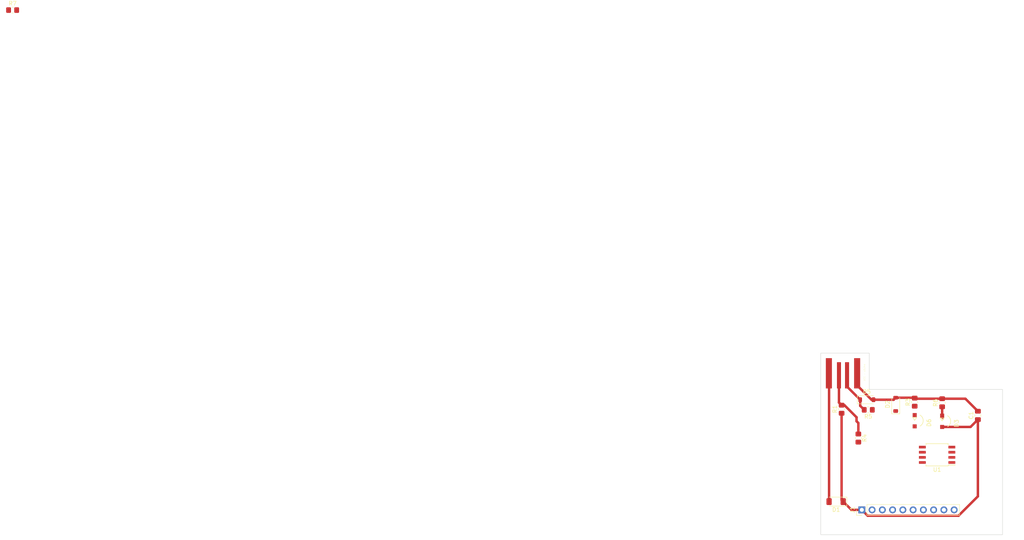
<source format=kicad_pcb>
(kicad_pcb (version 20241229) (generator "pcbnew") (generator_version "9.0")
  (layers (0 "F.Cu" signal) (2 "B.Cu" signal) (13 "F.Paste" user) (15 "B.Paste" user) (5 "F.SilkS" user "F.Silkscreen") (7 "B.SilkS" user "B.Silkscreen") (1 "F.Mask" user) (3 "B.Mask" user) (25 "Edge.Cuts" user))
  (net 0 "")
  (net 1 "GND")
  (net 2 "Net-(D1-A)")
  (net 3 "+5V")
  (net 4 "Net-(D2-K)")
  (net 5 "Net-(D3-K)")
  (net 6 "Net-(D5-K)")
  (net 7 "Net-(D6-K)")
  (net 8 "Net-(D6-A)")
  (net 9 "Net-(J1-Pin_4)")
  (net 10 "Net-(J1-Pin_7)")
  (net 12 "Net-(J1-Pin_6)")
  (net 13 "Net-(J1-Pin_9)")
  (net 14 "Net-(J1-Pin_8)")
  (footprint "Package_SO:SOIC-8W_5.3x5.3mm_P1.27mm" (layer "F.Cu") (at 230.8 111.2 180)
    (property "Reference" "U1" (at 0 -3.68 0) (layer "F.SilkS"))
    (property "Value" "ATtiny85-20S")
    (fp_line (start 2.75 2.755) (end 2.75 2.455) (stroke (width 0.15)) (layer "F.SilkS"))
    (fp_line (start 2.75 -2.755) (end 2.75 -2.455) (stroke (width 0.15)) (layer "F.SilkS"))
    (fp_line (start -2.75 2.755) (end 2.75 2.755) (stroke (width 0.15)) (layer "F.SilkS"))
    (fp_line (start -2.75 2.755) (end -2.75 2.455) (stroke (width 0.15)) (layer "F.SilkS"))
    (fp_line (start -2.75 -2.55) (end -4.5 -2.55) (stroke (width 0.15)) (layer "F.SilkS"))
    (fp_line (start -2.75 -2.755) (end 2.75 -2.755) (stroke (width 0.15)) (layer "F.SilkS"))
    (fp_line (start -2.75 -2.755) (end -2.75 -2.55) (stroke (width 0.15)) (layer "F.SilkS"))
    (pad "1" smd rect (at -3.65 -1.905 180) (size 1.7 0.65) (layers "F.Cu" "F.Mask" "F.Paste") (net 13 "Net-(J1-Pin_9)"))
    (pad "2" smd rect (at -3.65 -0.635 180) (size 1.7 0.65) (layers "F.Cu" "F.Mask" "F.Paste") (net 10 "Net-(J1-Pin_7)"))
    (pad "3" smd rect (at -3.65 0.635 180) (size 1.7 0.65) (layers "F.Cu" "F.Mask" "F.Paste") (net 14 "Net-(J1-Pin_8)"))
    (pad "4" smd rect (at -3.65 1.905 180) (size 1.7 0.65) (layers "F.Cu" "F.Mask" "F.Paste") (net 1 "GND"))
    (pad "5" smd rect (at 3.65 1.905 180) (size 1.7 0.65) (layers "F.Cu" "F.Mask" "F.Paste") (net 9 "Net-(J1-Pin_4)"))
    (pad "6" smd rect (at 3.65 0.635 180) (size 1.7 0.65) (layers "F.Cu" "F.Mask" "F.Paste") (net 8 "Net-(D6-A)"))
    (pad "7" smd rect (at 3.65 -0.635 180) (size 1.7 0.65) (layers "F.Cu" "F.Mask" "F.Paste") (net 12 "Net-(J1-Pin_6)"))
    (pad "8" smd rect (at 3.65 -1.905 180) (size 1.7 0.65) (layers "F.Cu" "F.Mask" "F.Paste") (net 3 "+5V"))
  )
  (footprint "ledSmd:ledSMD" (layer "F.Cu") (at 232.05 103.3 -90)
    (property "Reference" "D3" (at 0.125 -3.55 90) (layer "F.SilkS"))
    (property "Value" "LED")
    (fp_line (start -1.2 0.5) (end -1.2 -0.5) (stroke (width 0.15)) (layer "F.SilkS"))
    (fp_line (start -0.5 0) (end -1.2 0.5) (stroke (width 0.15)) (layer "F.SilkS"))
    (fp_line (start -1.15 -0.475) (end -0.5 0) (stroke (width 0.15)) (layer "F.SilkS"))
    (fp_arc (start -1.786089 -1.331572) (mid -0.435753 -2.107089) (end 0.924999 -1.349999) (stroke (width 0.15)) (layer "F.SilkS"))
    (pad "1" smd rect (at -1.8 0 270) (size 1 1) (layers "F.Cu" "F.Mask" "F.Paste") (net 5 "Net-(D3-K)"))
    (pad "2" smd rect (at 1 0 270) (size 1 1) (layers "F.Cu" "F.Mask" "F.Paste") (net 3 "+5V"))
  )
  (footprint "embeddedPcbUsb:USB_A_UCC" (layer "F.Cu") (at 207.5 91.2 -90)
    (property "Reference" "J2" (hide yes))
    (property "Value" "USB_A" (hide yes))
    (fp_text user "UCC - uDuino" (at -2.54 -5.08 90) (layer "F.SilkS") (effects (font (size 0.38608 0.38608) (thickness 0.032512)) (justify right top)))
    (pad "1" smd rect (at -0.2 3.5 270) (size 7.5 1.5) (layers "F.Cu" "F.Mask" "F.Paste") (net 2 "Net-(D1-A)"))
    (pad "2" smd rect (at 0.3 1 270) (size 6.5 1) (layers "F.Cu" "F.Mask" "F.Paste") (net 4 "Net-(D2-K)"))
    (pad "3" smd rect (at 0.3 -1 270) (size 6.5 1) (layers "F.Cu" "F.Mask" "F.Paste") (net 6 "Net-(D5-K)"))
    (pad "4" smd rect (at -0.2 -3.5 270) (size 7.5 1.5) (layers "F.Cu" "F.Mask" "F.Paste") (net 1 "GND"))
  )
  (footprint "Capacitor_SMD:C_0805_2012Metric_Pad1.18x1.45mm_HandSolder" (layer "F.Cu") (at 240.9 101.4375 90)
    (property "Reference" "C1" (at 0 -1.68 90) (layer "F.SilkS"))
    (property "Value" "C")
    (fp_line (start -0.261252 -0.735) (end 0.261252 -0.735) (stroke (width 0.12)) (layer "F.SilkS"))
    (fp_line (start -0.261252 0.735) (end 0.261252 0.735) (stroke (width 0.12)) (layer "F.SilkS"))
    (pad "1" smd roundrect (at -1.0375 0 90) (size 1.175 1.45) (layers "F.Cu" "F.Mask" "F.Paste") (roundrect_rratio 0.212766) (net 3 "+5V"))
    (pad "2" smd roundrect (at 1.0375 0 90) (size 1.175 1.45) (layers "F.Cu" "F.Mask" "F.Paste") (roundrect_rratio 0.212766) (net 1 "GND"))
  )
  (footprint "Resistor_SMD:R_0805_2012Metric_Pad1.20x1.40mm_HandSolder" (layer "F.Cu") (at 225.25 98.15 90)
    (property "Reference" "R3" (at 0 -1.65 90) (layer "F.SilkS"))
    (property "Value" "330k ohms 5% 1/8w")
    (fp_line (start -0.227064 -0.735) (end 0.227064 -0.735) (stroke (width 0.12)) (layer "F.SilkS"))
    (fp_line (start -0.227064 0.735) (end 0.227064 0.735) (stroke (width 0.12)) (layer "F.SilkS"))
    (pad "1" smd roundrect (at -1 0 90) (size 1.2 1.4) (layers "F.Cu" "F.Mask" "F.Paste") (roundrect_rratio 0.208333) (net 7 "Net-(D6-K)"))
    (pad "2" smd roundrect (at 1 0 90) (size 1.2 1.4) (layers "F.Cu" "F.Mask" "F.Paste") (roundrect_rratio 0.208333) (net 1 "GND"))
  )
  (footprint "Resistor_SMD:R_0805_2012Metric_Pad1.20x1.40mm_HandSolder" (layer "F.Cu") (at 211.3 107.05 -90)
    (property "Reference" "R4" (at 0 -1.525 90) (layer "F.SilkS"))
    (property "Value" "68k ohms 5% 1/8w")
    (fp_line (start -0.227064 0.735) (end 0.227064 0.735) (stroke (width 0.12)) (layer "F.SilkS"))
    (fp_line (start -0.227064 -0.735) (end 0.227064 -0.735) (stroke (width 0.12)) (layer "F.SilkS"))
    (pad "1" smd roundrect (at -1 0 270) (size 1.2 1.4) (layers "F.Cu" "F.Mask" "F.Paste") (roundrect_rratio 0.208333) (net 4 "Net-(D2-K)"))
    (pad "2" smd roundrect (at 1 0 270) (size 1.2 1.4) (layers "F.Cu" "F.Mask" "F.Paste") (roundrect_rratio 0.208333) (net 10 "Net-(J1-Pin_7)"))
  )
  (footprint "Connector_PinHeader_2.54mm:PinHeader_1x10_P2.54mm_Vertical" (layer "F.Cu") (at 212.16 124.85 90)
    (property "Reference" "J1" (at 0 -2.33 90) (layer "F.SilkS"))
    (property "Value" "Conn_01x10_Socket")
    (fp_line (start -1.33 -1.33) (end 0 -1.33) (stroke (width 0.12)) (layer "F.SilkS"))
    (fp_line (start -1.33 0) (end -1.33 -1.33) (stroke (width 0.12)) (layer "F.SilkS"))
    (fp_line (start 1.33 1.27) (end 1.33 24.19) (stroke (width 0.12)) (layer "F.SilkS"))
    (fp_line (start -1.33 1.27) (end 1.33 1.27) (stroke (width 0.12)) (layer "F.SilkS"))
    (fp_line (start -1.33 1.27) (end -1.33 24.19) (stroke (width 0.12)) (layer "F.SilkS"))
    (fp_line (start -1.33 24.19) (end 1.33 24.19) (stroke (width 0.12)) (layer "F.SilkS"))
    (pad "1" thru_hole rect (at 0 0 90) (size 1.7 1.7) (drill 1) (layers "*.Cu" "*.Mask") (net 3 "+5V"))
    (pad "2" thru_hole oval (at 0 2.54 90) (size 1.7 1.7) (drill 1) (layers "*.Cu" "*.Mask") (net 1 "GND"))
    (pad "3" thru_hole oval (at 0 5.08 90) (size 1.7 1.7) (drill 1) (layers "*.Cu" "*.Mask"))
    (pad "4" thru_hole oval (at 0 7.62 90) (size 1.7 1.7) (drill 1) (layers "*.Cu" "*.Mask") (net 9 "Net-(J1-Pin_4)"))
    (pad "5" thru_hole oval (at 0 10.16 90) (size 1.7 1.7) (drill 1) (layers "*.Cu" "*.Mask") (net 8 "Net-(D6-A)"))
    (pad "6" thru_hole oval (at 0 12.7 90) (size 1.7 1.7) (drill 1) (layers "*.Cu" "*.Mask") (net 12 "Net-(J1-Pin_6)"))
    (pad "7" thru_hole oval (at 0 15.24 90) (size 1.7 1.7) (drill 1) (layers "*.Cu" "*.Mask") (net 10 "Net-(J1-Pin_7)"))
    (pad "8" thru_hole oval (at 0 17.78 90) (size 1.7 1.7) (drill 1) (layers "*.Cu" "*.Mask") (net 14 "Net-(J1-Pin_8)"))
    (pad "9" thru_hole oval (at 0 20.32 90) (size 1.7 1.7) (drill 1) (layers "*.Cu" "*.Mask") (net 13 "Net-(J1-Pin_9)"))
    (pad "10" thru_hole oval (at 0 22.86 90) (size 1.7 1.7) (drill 1) (layers "*.Cu" "*.Mask"))
  )
  (footprint "Diode_SMD:D_SOD-123" (layer "F.Cu") (at 213.4 97.55)
    (property "Reference" "D5" (at 0 -2 0) (layer "F.SilkS"))
    (property "Value" "D_Zener")
    (fp_line (start -2.36 -1) (end -2.36 1) (stroke (width 0.12)) (layer "F.SilkS"))
    (fp_line (start -2.36 -1) (end 1.65 -1) (stroke (width 0.12)) (layer "F.SilkS"))
    (fp_line (start -2.36 1) (end 1.65 1) (stroke (width 0.12)) (layer "F.SilkS"))
    (pad "1" smd roundrect (at -1.65 0) (size 0.9 1.2) (layers "F.Cu" "F.Mask" "F.Paste") (net 6 "Net-(D5-K)"))
    (pad "2" smd roundrect (at 1.65 0) (size 0.9 1.2) (layers "F.Cu" "F.Mask" "F.Paste") (net 1 "GND"))
  )
  (footprint "ledSmd:ledSMD" (layer "F.Cu") (at 225.25 103.15 -90)
    (property "Reference" "D6" (at 0.125 -3.55 90) (layer "F.SilkS"))
    (property "Value" "LED")
    (fp_line (start -1.2 0.5) (end -1.2 -0.5) (stroke (width 0.15)) (layer "F.SilkS"))
    (fp_line (start -0.5 0) (end -1.2 0.5) (stroke (width 0.15)) (layer "F.SilkS"))
    (fp_line (start -1.15 -0.475) (end -0.5 0) (stroke (width 0.15)) (layer "F.SilkS"))
    (fp_arc (start -1.786089 -1.331572) (mid -0.435753 -2.107089) (end 0.924999 -1.349999) (stroke (width 0.15)) (layer "F.SilkS"))
    (pad "1" smd rect (at -1.8 0 270) (size 1 1) (layers "F.Cu" "F.Mask" "F.Paste") (net 7 "Net-(D6-K)"))
    (pad "2" smd rect (at 1 0 270) (size 1 1) (layers "F.Cu" "F.Mask" "F.Paste") (net 8 "Net-(D6-A)"))
  )
  (footprint "Diode_SMD:D_MiniMELF" (layer "F.Cu") (at 205.8 122.8 180)
    (property "Reference" "D1" (at 0 -2 0) (layer "F.SilkS"))
    (property "Value" "D_Filled")
    (fp_line (start 1.75 -1.11) (end -2.66 -1.11) (stroke (width 0.12)) (layer "F.SilkS"))
    (fp_line (start -2.66 1.11) (end 1.75 1.11) (stroke (width 0.12)) (layer "F.SilkS"))
    (fp_line (start -2.66 -1.11) (end -2.66 1.11) (stroke (width 0.12)) (layer "F.SilkS"))
    (pad "1" smd roundrect (at -1.75 0 180) (size 1.3 1.7) (layers "F.Cu" "F.Mask" "F.Paste") (roundrect_rratio 0.1923076923) (net 3 "+5V"))
    (pad "2" smd roundrect (at 1.75 0 180) (size 1.3 1.7) (layers "F.Cu" "F.Mask" "F.Paste") (roundrect_rratio 0.1923076923) (net 2 "Net-(D1-A)"))
  )
  (footprint "Resistor_SMD:R_0805_2012Metric_Pad1.20x1.40mm_HandSolder" (layer "F.Cu") (at 1.875 0.975)
    (property "Reference" "R7" (at 0 -1.65 0) (layer "F.SilkS"))
    (property "Value" "R_Small")
    (fp_line (start -0.227064 -0.735) (end 0.227064 -0.735) (stroke (width 0.12)) (layer "F.SilkS"))
    (fp_line (start -0.227064 0.735) (end 0.227064 0.735) (stroke (width 0.12)) (layer "F.SilkS"))
    (pad "1" smd roundrect (at -1 0) (size 1.2 1.4) (layers "F.Cu" "F.Mask" "F.Paste") (roundrect_rratio 0.208333))
    (pad "2" smd roundrect (at 1 0) (size 1.2 1.4) (layers "F.Cu" "F.Mask" "F.Paste") (roundrect_rratio 0.208333))
  )
  (footprint "Diode_SMD:D_SOD-123" (layer "F.Cu") (at 220.55 98.7 90)
    (property "Reference" "D2" (at 0 -2 90) (layer "F.SilkS"))
    (property "Value" "D_Zener")
    (fp_line (start -2.36 -1) (end 1.65 -1) (stroke (width 0.12)) (layer "F.SilkS"))
    (fp_line (start -2.36 -1) (end -2.36 1) (stroke (width 0.12)) (layer "F.SilkS"))
    (fp_line (start -2.36 1) (end 1.65 1) (stroke (width 0.12)) (layer "F.SilkS"))
    (pad "1" smd roundrect (at -1.65 0 90) (size 0.9 1.2) (layers "F.Cu" "F.Mask" "F.Paste") (net 4 "Net-(D2-K)"))
    (pad "2" smd roundrect (at 1.65 0 90) (size 0.9 1.2) (layers "F.Cu" "F.Mask" "F.Paste") (net 1 "GND"))
  )
  (footprint "Resistor_SMD:R_0805_2012Metric_Pad1.20x1.40mm_HandSolder" (layer "F.Cu") (at 207.15 99.9 90)
    (property "Reference" "R1" (at 0 -1.65 90) (layer "F.SilkS"))
    (property "Value" "1.5k ohms")
    (fp_line (start -0.227064 -0.735) (end 0.227064 -0.735) (stroke (width 0.12)) (layer "F.SilkS"))
    (fp_line (start -0.227064 0.735) (end 0.227064 0.735) (stroke (width 0.12)) (layer "F.SilkS"))
    (pad "1" smd roundrect (at -1 0 90) (size 1.2 1.4) (layers "F.Cu" "F.Mask" "F.Paste") (roundrect_rratio 0.208333) (net 3 "+5V"))
    (pad "2" smd roundrect (at 1 0 90) (size 1.2 1.4) (layers "F.Cu" "F.Mask" "F.Paste") (roundrect_rratio 0.208333) (net 4 "Net-(D2-K)"))
  )
  (footprint "Resistor_SMD:R_0805_2012Metric_Pad1.20x1.40mm_HandSolder" (layer "F.Cu") (at 232.05 98.3 90)
    (property "Reference" "R6" (at 0 -1.65 90) (layer "F.SilkS"))
    (property "Value" "220k ohms")
    (fp_line (start -0.227064 -0.735) (end 0.227064 -0.735) (stroke (width 0.12)) (layer "F.SilkS"))
    (fp_line (start -0.227064 0.735) (end 0.227064 0.735) (stroke (width 0.12)) (layer "F.SilkS"))
    (pad "1" smd roundrect (at -1 0 90) (size 1.2 1.4) (layers "F.Cu" "F.Mask" "F.Paste") (roundrect_rratio 0.208333) (net 5 "Net-(D3-K)"))
    (pad "2" smd roundrect (at 1 0 90) (size 1.2 1.4) (layers "F.Cu" "F.Mask" "F.Paste") (roundrect_rratio 0.208333) (net 1 "GND"))
  )
  (footprint "Resistor_SMD:R_0805_2012Metric_Pad1.20x1.40mm_HandSolder" (layer "F.Cu") (at 213.75 100.05 180)
    (property "Reference" "R5" (at 0 -1.65 0) (layer "F.SilkS"))
    (property "Value" "68k ohms 5% 1/8w")
    (fp_line (start -0.227064 0.735) (end 0.227064 0.735) (stroke (width 0.12)) (layer "F.SilkS"))
    (fp_line (start -0.227064 -0.735) (end 0.227064 -0.735) (stroke (width 0.12)) (layer "F.SilkS"))
    (pad "1" smd roundrect (at -1 0 180) (size 1.2 1.4) (layers "F.Cu" "F.Mask" "F.Paste") (roundrect_rratio 0.208333) (net 14 "Net-(J1-Pin_8)"))
    (pad "2" smd roundrect (at 1 0 180) (size 1.2 1.4) (layers "F.Cu" "F.Mask" "F.Paste") (roundrect_rratio 0.208333) (net 6 "Net-(D5-K)"))
  )
  (gr_poly (pts (xy 202 131) (xy 247 131) (xy 247 95) (xy 214 95) (xy 214 86) (xy 202 86)) (stroke (width 0.1)) (fill no) (layer "Edge.Cuts"))
  (segment (start 211 91) (end 211 94) (width 0.6) (layer "F.Cu") (net 1))
  (segment (start 214.55 97.55) (end 215.05 97.55) (width 0.6) (layer "F.Cu") (net 1))
  (segment (start 225.15 97.05) (end 225.25 97.15) (width 0.6) (layer "F.Cu") (net 1))
  (segment (start 220.05 97.55) (end 220.55 97.05) (width 0.6) (layer "F.Cu") (net 1))
  (segment (start 240.9 100.4) (end 237.8 97.3) (width 0.6) (layer "F.Cu") (net 1))
  (segment (start 215.05 97.55) (end 220.05 97.55) (width 0.6) (layer "F.Cu") (net 1))
  (segment (start 225.65 97.3) (end 232.05 97.3) (width 0.6) (layer "F.Cu") (net 1))
  (segment (start 237.8 97.3) (end 232.05 97.3) (width 0.6) (layer "F.Cu") (net 1))
  (segment (start 211 94) (end 214.55 97.55) (width 0.6) (layer "F.Cu") (net 1))
  (segment (start 220.55 97.05) (end 225.15 97.05) (width 0.6) (layer "F.Cu") (net 1))
  (segment (start 225.25 97.15) (end 225.5 97.15) (width 0.6) (layer "F.Cu") (net 1))
  (segment (start 225.5 97.15) (end 225.65 97.3) (width 0.6) (layer "F.Cu") (net 1))
  (segment (start 204.05 122.8) (end 204.05 91.05) (width 0.6) (layer "F.Cu") (net 2))
  (segment (start 204.05 91.05) (end 204 91) (width 0.6) (layer "F.Cu") (net 2))
  (segment (start 239.075 104.3) (end 240.9 102.475) (width 0.6) (layer "F.Cu") (net 3))
  (segment (start 209.6 124.85) (end 207.55 122.8) (width 0.6) (layer "F.Cu") (net 3))
  (segment (start 240.9 102.475) (end 240.9 121.5) (width 0.6) (layer "F.Cu") (net 3))
  (segment (start 212.16 124.85) (end 209.6 124.85) (width 0.6) (layer "F.Cu") (net 3))
  (segment (start 240.9 121.5) (end 236.099 126.301) (width 0.6) (layer "F.Cu") (net 3))
  (segment (start 213.611 126.301) (end 212.16 124.85) (width 0.6) (layer "F.Cu") (net 3))
  (segment (start 207.15 100.9) (end 207.15 122.4) (width 0.6) (layer "F.Cu") (net 3))
  (segment (start 236.099 126.301) (end 213.611 126.301) (width 0.6) (layer "F.Cu") (net 3))
  (segment (start 207.15 122.4) (end 207.55 122.8) (width 0.6) (layer "F.Cu") (net 3))
  (segment (start 232.05 104.3) (end 239.075 104.3) (width 0.6) (layer "F.Cu") (net 3))
  (segment (start 207.56 122.8) (end 207.55 122.8) (width 0.6) (layer "F.Cu") (net 3))
  (segment (start 207.85 98.9) (end 207.15 98.9) (width 0.6) (layer "F.Cu") (net 4))
  (segment (start 211.3 106.05) (end 211.3 103.322792) (width 0.6) (layer "F.Cu") (net 4))
  (segment (start 210.85 101.9) (end 207.85 98.9) (width 0.6) (layer "F.Cu") (net 4))
  (segment (start 206.5 98.25) (end 207.15 98.9) (width 0.6) (layer "F.Cu") (net 4))
  (segment (start 206.5 91.5) (end 206.5 98.25) (width 0.6) (layer "F.Cu") (net 4))
  (segment (start 210.85 102.872792) (end 210.85 101.9) (width 0.6) (layer "F.Cu") (net 4))
  (segment (start 211.3 103.322792) (end 210.85 102.872792) (width 0.6) (layer "F.Cu") (net 4))
  (segment (start 232.1 101.95) (end 232.05 101.9) (width 0.6) (layer "F.Cu") (net 5))
  (segment (start 232.2 102.05) (end 232.1 101.95) (width 0.6) (layer "F.Cu") (net 5))
  (segment (start 232.2 102.05) (end 232.05 101.9) (width 0.6) (layer "F.Cu") (net 5))
  (segment (start 232.05 101.9) (end 232.05 99.3) (width 0.6) (layer "F.Cu") (net 5))
  (segment (start 211.75 99.05) (end 212.75 100.05) (width 0.6) (layer "F.Cu") (net 6))
  (segment (start 208.5 94.3) (end 208.5 91.5) (width 0.6) (layer "F.Cu") (net 6))
  (segment (start 211.75 97.55) (end 211.75 99.05) (width 0.6) (layer "F.Cu") (net 6))
  (segment (start 211.75 97.55) (end 208.5 94.3) (width 0.6) (layer "F.Cu") (net 6))
)
</source>
